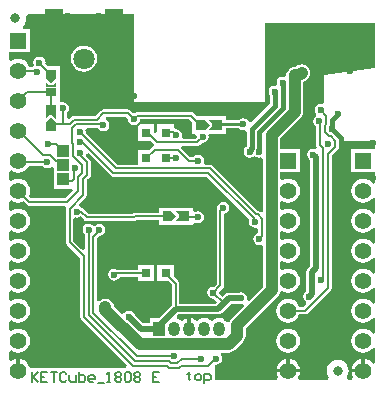
<source format=gtl>
G04*
G04 #@! TF.GenerationSoftware,Altium Limited,Altium Designer,18.1.9 (240)*
G04*
G04 Layer_Physical_Order=1*
G04 Layer_Color=255*
%FSLAX25Y25*%
%MOIN*%
G70*
G01*
G75*
%ADD10C,0.00787*%
%ADD11C,0.00800*%
%ADD13R,0.03150X0.03150*%
%ADD14R,0.06000X0.16000*%
%ADD31R,0.03937X0.03937*%
%ADD32R,0.03000X0.03400*%
%ADD33C,0.03150*%
%ADD34R,0.03400X0.03000*%
%ADD35C,0.01575*%
%ADD36C,0.01000*%
%ADD37C,0.04000*%
%ADD38C,0.01500*%
%ADD39C,0.02000*%
%ADD40R,0.05500X0.05500*%
%ADD41C,0.05500*%
%ADD42O,0.04000X0.04724*%
%ADD43R,0.04000X0.04724*%
%ADD44C,0.07100*%
%ADD45O,0.03937X0.05906*%
%ADD46C,0.02362*%
G36*
X17601Y102501D02*
X16000Y100900D01*
X15800D01*
X14200Y102500D01*
X14200Y102800D01*
X17601D01*
Y102501D01*
D02*
G37*
G36*
X17600Y99425D02*
X14200D01*
X14200Y101300D01*
X15400Y100100D01*
X16500Y100100D01*
X17600Y101300D01*
Y99425D01*
D02*
G37*
G36*
X43701Y94600D02*
X87300Y94600D01*
X87300Y120993D01*
X123977D01*
Y105830D01*
X107000Y103550D01*
Y94355D01*
X106200Y93827D01*
X105800Y93907D01*
X105032Y93754D01*
X104381Y93319D01*
X103946Y92668D01*
X103793Y91900D01*
X103946Y91132D01*
X104291Y90615D01*
X104374Y90454D01*
X104180Y89653D01*
X103981Y89519D01*
X103546Y88868D01*
X103393Y88100D01*
X103546Y87332D01*
X103981Y86681D01*
X104346Y86437D01*
Y80109D01*
X104346Y80109D01*
X104438Y79648D01*
X104533Y79506D01*
X104189Y79024D01*
X103997Y78869D01*
X103300Y79007D01*
X102532Y78854D01*
X101881Y78419D01*
X101446Y77768D01*
X101293Y77000D01*
X101446Y76232D01*
X101881Y75581D01*
X102378Y75249D01*
Y40055D01*
X101511Y39189D01*
X101116Y38597D01*
X100978Y37900D01*
X100978Y37900D01*
Y31384D01*
X100581Y31119D01*
X100146Y30468D01*
X99993Y29700D01*
X100146Y28932D01*
X100581Y28281D01*
X100884Y28078D01*
X101063Y27126D01*
X100148Y26211D01*
X98753D01*
X98434Y26983D01*
X97804Y27804D01*
X96983Y28434D01*
X96026Y28830D01*
X95000Y28965D01*
X93974Y28830D01*
X93018Y28434D01*
X92196Y27804D01*
X91566Y26983D01*
X91170Y26026D01*
X91035Y25000D01*
X91170Y23974D01*
X91566Y23018D01*
X92196Y22196D01*
X93018Y21566D01*
X93974Y21170D01*
X95000Y21035D01*
X96026Y21170D01*
X96983Y21566D01*
X97804Y22196D01*
X98434Y23018D01*
X98753Y23789D01*
X100649D01*
X100650Y23789D01*
X101113Y23881D01*
X101506Y24144D01*
X109125Y31763D01*
X109125Y31763D01*
X109387Y32156D01*
X109479Y32619D01*
X109479Y32619D01*
Y76818D01*
X111524Y78863D01*
X111525Y78863D01*
X111787Y79256D01*
X111879Y79719D01*
Y81681D01*
X111895Y81700D01*
X123977D01*
Y79712D01*
X123931Y78931D01*
X123177Y78931D01*
X116069D01*
Y71069D01*
X123177D01*
X123931Y71069D01*
X123977Y70288D01*
Y67589D01*
X123177Y67317D01*
X122804Y67804D01*
X121983Y68434D01*
X121026Y68830D01*
X120000Y68965D01*
X118974Y68830D01*
X118017Y68434D01*
X117196Y67804D01*
X116566Y66983D01*
X116170Y66026D01*
X116035Y65000D01*
X116170Y63974D01*
X116566Y63017D01*
X117196Y62196D01*
X118017Y61566D01*
X118974Y61170D01*
X120000Y61035D01*
X121026Y61170D01*
X121983Y61566D01*
X122804Y62196D01*
X123177Y62683D01*
X123977Y62411D01*
Y57588D01*
X123177Y57317D01*
X122804Y57804D01*
X121983Y58434D01*
X121026Y58830D01*
X120000Y58965D01*
X118974Y58830D01*
X118017Y58434D01*
X117196Y57804D01*
X116566Y56982D01*
X116170Y56026D01*
X116035Y55000D01*
X116170Y53974D01*
X116566Y53017D01*
X117196Y52196D01*
X118017Y51566D01*
X118974Y51170D01*
X120000Y51035D01*
X121026Y51170D01*
X121983Y51566D01*
X122804Y52196D01*
X123177Y52683D01*
X123977Y52412D01*
Y47589D01*
X123177Y47317D01*
X122804Y47804D01*
X121983Y48434D01*
X121026Y48830D01*
X120000Y48965D01*
X118974Y48830D01*
X118017Y48434D01*
X117196Y47804D01*
X116566Y46982D01*
X116170Y46026D01*
X116035Y45000D01*
X116170Y43974D01*
X116566Y43018D01*
X117196Y42196D01*
X118017Y41566D01*
X118974Y41170D01*
X120000Y41035D01*
X121026Y41170D01*
X121983Y41566D01*
X122804Y42196D01*
X123177Y42683D01*
X123977Y42412D01*
Y37589D01*
X123177Y37317D01*
X122804Y37804D01*
X121983Y38434D01*
X121026Y38830D01*
X120000Y38965D01*
X118974Y38830D01*
X118017Y38434D01*
X117196Y37804D01*
X116566Y36983D01*
X116170Y36026D01*
X116035Y35000D01*
X116170Y33974D01*
X116566Y33018D01*
X117196Y32196D01*
X118017Y31566D01*
X118974Y31170D01*
X120000Y31035D01*
X121026Y31170D01*
X121983Y31566D01*
X122804Y32196D01*
X123177Y32683D01*
X123977Y32412D01*
Y27588D01*
X123177Y27317D01*
X122804Y27804D01*
X121983Y28434D01*
X121026Y28830D01*
X120000Y28965D01*
X118974Y28830D01*
X118017Y28434D01*
X117196Y27804D01*
X116566Y26983D01*
X116170Y26026D01*
X116035Y25000D01*
X116170Y23974D01*
X116566Y23018D01*
X117196Y22196D01*
X118017Y21566D01*
X118974Y21170D01*
X120000Y21035D01*
X121026Y21170D01*
X121983Y21566D01*
X122804Y22196D01*
X123177Y22683D01*
X123977Y22411D01*
Y17589D01*
X123177Y17317D01*
X122804Y17804D01*
X121983Y18434D01*
X121026Y18830D01*
X120000Y18965D01*
X118974Y18830D01*
X118017Y18434D01*
X117196Y17804D01*
X116566Y16983D01*
X116170Y16026D01*
X116035Y15000D01*
X116170Y13974D01*
X116566Y13017D01*
X117196Y12196D01*
X118017Y11566D01*
X118974Y11170D01*
X120000Y11035D01*
X121026Y11170D01*
X121983Y11566D01*
X122804Y12196D01*
X123177Y12683D01*
X123977Y12411D01*
Y7588D01*
X123177Y7317D01*
X122804Y7804D01*
X121983Y8434D01*
X121026Y8830D01*
X120591Y8887D01*
Y5000D01*
X120000D01*
Y4409D01*
X116113D01*
X116170Y3974D01*
X116566Y3018D01*
X116728Y2807D01*
X116333Y2007D01*
X114858D01*
X114463Y2807D01*
X114720Y3141D01*
X115091Y4038D01*
X115218Y5000D01*
X115091Y5962D01*
X114720Y6859D01*
X114129Y7629D01*
X113359Y8219D01*
X112462Y8591D01*
X111500Y8718D01*
X110538Y8591D01*
X109641Y8219D01*
X108871Y7629D01*
X108280Y6859D01*
X107909Y5962D01*
X107782Y5000D01*
X107909Y4038D01*
X108280Y3141D01*
X108537Y2807D01*
X108142Y2007D01*
X98667D01*
X98272Y2807D01*
X98434Y3018D01*
X98830Y3974D01*
X98887Y4409D01*
X95000D01*
X91113D01*
X91170Y3974D01*
X91566Y3018D01*
X91728Y2807D01*
X91333Y2007D01*
X70746D01*
Y5999D01*
X70746D01*
X70654Y6799D01*
X70848Y7023D01*
X71000Y6993D01*
X71768Y7146D01*
X72419Y7581D01*
X72854Y8232D01*
X73007Y9000D01*
X72854Y9768D01*
X72540Y10239D01*
X72761Y10865D01*
X72894Y11039D01*
X75350D01*
X75350Y11039D01*
X76078Y11135D01*
X76756Y11416D01*
X77338Y11862D01*
X79988Y14512D01*
X79988Y14512D01*
X80435Y15094D01*
X80716Y15772D01*
X80812Y16500D01*
Y19136D01*
X91457Y29781D01*
X91457Y29781D01*
X91903Y30363D01*
X92184Y31041D01*
X92203Y31183D01*
X93009Y31562D01*
X93058Y31549D01*
X93974Y31170D01*
X95000Y31035D01*
X96026Y31170D01*
X96983Y31566D01*
X97804Y32196D01*
X98434Y33018D01*
X98830Y33974D01*
X98965Y35000D01*
X98830Y36026D01*
X98434Y36983D01*
X97804Y37804D01*
X96983Y38434D01*
X96026Y38830D01*
X95000Y38965D01*
X93974Y38830D01*
X93018Y38434D01*
X92992Y38414D01*
X92274Y38768D01*
Y41232D01*
X92992Y41586D01*
X93018Y41566D01*
X93974Y41170D01*
X95000Y41035D01*
X96026Y41170D01*
X96983Y41566D01*
X97804Y42196D01*
X98434Y43018D01*
X98830Y43974D01*
X98965Y45000D01*
X98830Y46026D01*
X98434Y46982D01*
X97804Y47804D01*
X96983Y48434D01*
X96026Y48830D01*
X95000Y48965D01*
X93974Y48830D01*
X93018Y48434D01*
X92992Y48414D01*
X92274Y48768D01*
Y51232D01*
X92992Y51586D01*
X93018Y51566D01*
X93974Y51170D01*
X95000Y51035D01*
X96026Y51170D01*
X96983Y51566D01*
X97804Y52196D01*
X98434Y53017D01*
X98830Y53974D01*
X98965Y55000D01*
X98830Y56026D01*
X98434Y56982D01*
X97804Y57804D01*
X96983Y58434D01*
X96026Y58830D01*
X95000Y58965D01*
X93974Y58830D01*
X93018Y58434D01*
X92992Y58414D01*
X92274Y58768D01*
Y61232D01*
X92992Y61586D01*
X93018Y61566D01*
X93974Y61170D01*
X95000Y61035D01*
X96026Y61170D01*
X96983Y61566D01*
X97804Y62196D01*
X98434Y63017D01*
X98830Y63974D01*
X98965Y65000D01*
X98830Y66026D01*
X98434Y66983D01*
X97804Y67804D01*
X96983Y68434D01*
X96026Y68830D01*
X95000Y68965D01*
X93974Y68830D01*
X93018Y68434D01*
X92992Y68414D01*
X92274Y68768D01*
Y71069D01*
X98931D01*
Y78931D01*
X92274D01*
Y82414D01*
X99106Y89246D01*
X99106Y89246D01*
X99553Y89828D01*
X99834Y90506D01*
X99929Y91234D01*
X99929Y91234D01*
Y100992D01*
X100106Y101065D01*
X100688Y101512D01*
X101488Y102312D01*
X101935Y102894D01*
X102216Y103572D01*
X102312Y104300D01*
X102216Y105028D01*
X101935Y105706D01*
X101488Y106288D01*
X100906Y106735D01*
X100228Y107016D01*
X99500Y107112D01*
X98772Y107016D01*
X98094Y106735D01*
X97543Y106311D01*
X97300D01*
X97300Y106312D01*
X96572Y106216D01*
X95894Y105935D01*
X95312Y105488D01*
X95130Y105306D01*
X94683Y104724D01*
X94402Y104046D01*
X94340Y103574D01*
X94274Y103470D01*
X93845Y103127D01*
X93507Y102987D01*
X93150Y103058D01*
X92382Y102905D01*
X91730Y102470D01*
X91295Y101819D01*
X91142Y101050D01*
X91216Y100680D01*
X90607Y99990D01*
X90600Y99987D01*
X90500Y100007D01*
X89732Y99854D01*
X89081Y99419D01*
X88646Y98768D01*
X88493Y98000D01*
X88646Y97232D01*
X88933Y96803D01*
Y94005D01*
X82723Y87795D01*
X81838Y88042D01*
X81519Y88519D01*
X80868Y88954D01*
X80100Y89107D01*
X79332Y88954D01*
X78681Y88519D01*
X78610Y88413D01*
X74381D01*
Y89781D01*
X69019D01*
X69019Y89781D01*
X68381D01*
X68381Y89781D01*
X64522D01*
X63451Y90851D01*
X63061Y91113D01*
X62600Y91204D01*
X62600Y91204D01*
X44700D01*
X44239Y91113D01*
X43856Y90856D01*
X43600Y90907D01*
X43346Y90857D01*
X42489Y91714D01*
X42099Y91975D01*
X41638Y92066D01*
X41638Y92066D01*
X33362D01*
X33362Y92066D01*
X32901Y91975D01*
X32511Y91714D01*
X30668Y89871D01*
X23567D01*
X23106Y89780D01*
X22715Y89519D01*
X22715Y89519D01*
X22004Y88807D01*
X21204Y89139D01*
Y90937D01*
X21419Y91081D01*
X21854Y91732D01*
X22007Y92500D01*
X21854Y93268D01*
X21419Y93919D01*
X20768Y94354D01*
X20000Y94507D01*
X19581Y94424D01*
X19399Y94542D01*
X18781Y94981D01*
Y95319D01*
X18781D01*
Y100681D01*
X18781Y100681D01*
Y101319D01*
X18781Y101319D01*
Y106681D01*
X14782D01*
X14058Y107404D01*
X14107Y107650D01*
X13954Y108419D01*
X13519Y109070D01*
X12868Y109505D01*
X12100Y109658D01*
X11332Y109505D01*
X10681Y109070D01*
X10246Y108419D01*
X10093Y107650D01*
X10220Y107011D01*
X10006Y106569D01*
X9732Y106211D01*
X8753D01*
X8433Y106983D01*
X7803Y107804D01*
X6982Y108434D01*
X6026Y108830D01*
X5000Y108965D01*
X3974Y108830D01*
X3017Y108434D01*
X2807Y108273D01*
X2007Y108667D01*
Y111069D01*
X8931D01*
Y118931D01*
X6718D01*
X6447Y119731D01*
X6629Y119871D01*
X7220Y120641D01*
X7591Y121538D01*
X7718Y122500D01*
X7631Y123158D01*
X8158Y123958D01*
X43701D01*
X43701Y94600D01*
D02*
G37*
G36*
X17600Y89000D02*
X16400Y90200D01*
X15300Y90200D01*
X14200Y89000D01*
Y90875D01*
X17600D01*
X17600Y89000D01*
D02*
G37*
G36*
X17600Y87800D02*
X17600Y87500D01*
X14199D01*
Y87799D01*
X15800Y89400D01*
X16000D01*
X17600Y87800D01*
D02*
G37*
G36*
X70275Y85200D02*
X68400Y85200D01*
X69600Y86400D01*
X69600Y87500D01*
X68400Y88600D01*
X70275D01*
Y85200D01*
D02*
G37*
G36*
X68800Y87000D02*
Y86800D01*
X67200Y85200D01*
X66900Y85200D01*
Y88600D01*
X67199D01*
X68800Y87000D01*
D02*
G37*
G36*
X41625Y89059D02*
X41593Y88900D01*
X41746Y88132D01*
X42181Y87481D01*
X42832Y87046D01*
X43600Y86893D01*
X44071Y86987D01*
X44754Y86564D01*
X44871Y86419D01*
Y81612D01*
X49185D01*
X50189Y80608D01*
X50151Y80249D01*
X49991Y79701D01*
X49711Y79514D01*
X49711Y79514D01*
X48720Y78523D01*
X44871D01*
Y73704D01*
X38120D01*
X27477Y84347D01*
X27507Y84500D01*
X27390Y85088D01*
X27829Y85888D01*
X31638D01*
X31960Y85406D01*
X32611Y84971D01*
X33379Y84818D01*
X34147Y84971D01*
X34799Y85406D01*
X35234Y86057D01*
X35386Y86825D01*
X35234Y87593D01*
X34799Y88244D01*
X34611Y88370D01*
X34384Y89374D01*
X34394Y89404D01*
X34582Y89658D01*
X41091D01*
X41625Y89059D01*
D02*
G37*
G36*
X63019Y87878D02*
Y84019D01*
X63924D01*
X64536Y83219D01*
X64493Y83000D01*
X64494Y82995D01*
X63925Y82342D01*
X60083D01*
X59536Y83142D01*
X59607Y83500D01*
X59454Y84268D01*
X59019Y84919D01*
X58368Y85354D01*
X57600Y85507D01*
X56879Y86052D01*
Y87123D01*
X51367D01*
Y84639D01*
X50567Y84215D01*
X50383Y84340D01*
Y87123D01*
X45742D01*
X45315Y87923D01*
X45454Y88132D01*
X45586Y88796D01*
X62101D01*
X63019Y87878D01*
D02*
G37*
G36*
X78681Y85681D02*
X79332Y85246D01*
X80100Y85093D01*
X80457Y85164D01*
X81257Y84617D01*
Y79874D01*
X81158Y79726D01*
X81149Y79682D01*
X80756Y79419D01*
X80321Y78768D01*
X80168Y78000D01*
X80321Y77232D01*
X80756Y76581D01*
X81407Y76146D01*
X82175Y75993D01*
X82943Y76146D01*
X83144Y76280D01*
X83750Y76519D01*
X84356Y76280D01*
X84557Y76146D01*
X85325Y75993D01*
X85851Y76098D01*
X86651Y75630D01*
Y58038D01*
X85912Y57732D01*
X85654Y57989D01*
X85264Y58250D01*
X84926Y58318D01*
X69892Y73352D01*
X69502Y73613D01*
X69041Y73704D01*
X69041Y73704D01*
X67391D01*
X66909Y74504D01*
X67007Y75000D01*
X66854Y75768D01*
X66419Y76419D01*
X65768Y76854D01*
X65000Y77007D01*
X64232Y76854D01*
X63581Y76419D01*
X63437Y76204D01*
X62340D01*
X59410Y79134D01*
X59741Y79934D01*
X64638D01*
X64638Y79934D01*
X65099Y80025D01*
X65489Y80286D01*
X66246Y81043D01*
X66500Y80993D01*
X67268Y81146D01*
X67919Y81581D01*
X68354Y82232D01*
X68507Y83000D01*
X68457Y83250D01*
X68419Y83642D01*
X69076Y84019D01*
X74381D01*
Y85787D01*
X78610D01*
X78681Y85681D01*
D02*
G37*
G36*
X13330Y73081D02*
X13982Y72646D01*
X14750Y72493D01*
X15518Y72646D01*
X16050Y73002D01*
X16515Y72867D01*
X16850Y72661D01*
Y70350D01*
Y65626D01*
X22792D01*
X23123Y64826D01*
X20757Y62460D01*
X9243D01*
X8507Y63196D01*
X8830Y63974D01*
X8965Y65000D01*
X8830Y66027D01*
X8433Y66983D01*
X7803Y67804D01*
X6982Y68434D01*
X6026Y68830D01*
X5000Y68965D01*
X3974Y68830D01*
X3017Y68434D01*
X2807Y68273D01*
X2007Y68667D01*
Y71333D01*
X2807Y71728D01*
X3017Y71566D01*
X3974Y71170D01*
X5000Y71035D01*
X6026Y71170D01*
X6982Y71566D01*
X7803Y72197D01*
X8433Y73018D01*
X8546Y73289D01*
X13191D01*
X13330Y73081D01*
D02*
G37*
G36*
X59175Y54800D02*
X57300Y54800D01*
X58500Y56000D01*
X58500Y57100D01*
X57300Y58200D01*
X59175D01*
Y54800D01*
D02*
G37*
G36*
X57700Y56600D02*
Y56400D01*
X56100Y54800D01*
X55800Y54800D01*
Y58201D01*
X56099D01*
X57700Y56600D01*
D02*
G37*
G36*
X3017Y61567D02*
X3974Y61170D01*
X5000Y61035D01*
X6026Y61170D01*
X6804Y61493D01*
X7893Y60404D01*
X7893Y60404D01*
X8283Y60143D01*
X8744Y60052D01*
X8744Y60052D01*
X20457D01*
X20643Y59848D01*
X20975Y59252D01*
X20921Y58981D01*
X20921Y58981D01*
Y47868D01*
X20921Y47868D01*
X21013Y47405D01*
X21275Y47012D01*
X24394Y43894D01*
X24421Y43876D01*
X25721Y42576D01*
Y22848D01*
X25721Y22848D01*
X25813Y22387D01*
X26074Y21996D01*
X41307Y6763D01*
X41001Y6023D01*
X8830D01*
X8830Y6026D01*
X8434Y6983D01*
X7804Y7804D01*
X6983Y8434D01*
X6026Y8830D01*
X5591Y8887D01*
Y5000D01*
X4409D01*
Y8887D01*
X3974Y8830D01*
X3018Y8434D01*
X2807Y8272D01*
X2007Y8667D01*
Y11333D01*
X2807Y11728D01*
X3018Y11566D01*
X3974Y11170D01*
X5000Y11035D01*
X6026Y11170D01*
X6983Y11566D01*
X7804Y12196D01*
X8434Y13017D01*
X8830Y13974D01*
X8965Y15000D01*
X8830Y16026D01*
X8434Y16983D01*
X7804Y17804D01*
X6983Y18434D01*
X6026Y18830D01*
X5000Y18965D01*
X3974Y18830D01*
X3018Y18434D01*
X2807Y18272D01*
X2007Y18667D01*
Y21333D01*
X2807Y21728D01*
X3017Y21566D01*
X3974Y21170D01*
X5000Y21035D01*
X6026Y21170D01*
X6982Y21566D01*
X7803Y22197D01*
X8433Y23018D01*
X8830Y23974D01*
X8965Y25000D01*
X8830Y26026D01*
X8433Y26983D01*
X7803Y27804D01*
X6982Y28434D01*
X6026Y28830D01*
X5000Y28965D01*
X3974Y28830D01*
X3017Y28434D01*
X2807Y28273D01*
X2007Y28667D01*
Y31333D01*
X2807Y31728D01*
X3017Y31567D01*
X3974Y31170D01*
X5000Y31035D01*
X6026Y31170D01*
X6982Y31567D01*
X7803Y32197D01*
X8433Y33018D01*
X8830Y33974D01*
X8965Y35000D01*
X8830Y36026D01*
X8433Y36983D01*
X7803Y37804D01*
X6982Y38434D01*
X6026Y38830D01*
X5000Y38965D01*
X3974Y38830D01*
X3017Y38434D01*
X2807Y38273D01*
X2007Y38667D01*
Y41333D01*
X2807Y41728D01*
X3017Y41567D01*
X3974Y41170D01*
X5000Y41035D01*
X6026Y41170D01*
X6982Y41567D01*
X7803Y42197D01*
X8433Y43018D01*
X8830Y43974D01*
X8965Y45000D01*
X8830Y46027D01*
X8433Y46983D01*
X7803Y47804D01*
X6982Y48434D01*
X6026Y48830D01*
X5000Y48965D01*
X3974Y48830D01*
X3017Y48434D01*
X2807Y48273D01*
X2007Y48667D01*
Y51333D01*
X2807Y51728D01*
X3017Y51566D01*
X3974Y51170D01*
X5000Y51035D01*
X6026Y51170D01*
X6982Y51566D01*
X7803Y52197D01*
X8433Y53018D01*
X8830Y53974D01*
X8965Y55000D01*
X8830Y56027D01*
X8433Y56983D01*
X7803Y57804D01*
X6982Y58434D01*
X6026Y58830D01*
X5000Y58965D01*
X3974Y58830D01*
X3017Y58434D01*
X2807Y58273D01*
X2007Y58667D01*
Y61333D01*
X2807Y61728D01*
X3017Y61567D01*
D02*
G37*
G36*
X35874Y70074D02*
X35874Y70074D01*
X36264Y69813D01*
X36725Y69721D01*
X36725Y69721D01*
X67876D01*
X82079Y55518D01*
X82046Y55468D01*
X81893Y54700D01*
X82046Y53932D01*
X82481Y53281D01*
X83132Y52846D01*
X83900Y52693D01*
X84258Y52764D01*
X85058Y52217D01*
Y50830D01*
X84632Y50745D01*
X83981Y50310D01*
X83546Y49659D01*
X83393Y48891D01*
X83546Y48123D01*
X83981Y47472D01*
X84632Y47037D01*
X85400Y46884D01*
X85851Y46974D01*
X86651Y46471D01*
Y32927D01*
X81980Y28256D01*
X81243Y28650D01*
X81339Y29131D01*
X81186Y29900D01*
X80751Y30551D01*
X80100Y30986D01*
X79331Y31139D01*
X78563Y30986D01*
X78516Y30954D01*
X75132D01*
X75131Y30954D01*
X74434Y30815D01*
X73843Y30420D01*
X73063Y29640D01*
X71957Y30746D01*
X72007Y31000D01*
X71957Y31254D01*
X73289Y32586D01*
X73550Y32977D01*
X73642Y33438D01*
X73642Y33438D01*
Y57349D01*
X74129Y57446D01*
X74780Y57881D01*
X75215Y58532D01*
X75368Y59300D01*
X75215Y60068D01*
X74780Y60719D01*
X74129Y61154D01*
X73361Y61307D01*
X72593Y61154D01*
X71942Y60719D01*
X71507Y60068D01*
X71354Y59300D01*
X71418Y58977D01*
X71325Y58838D01*
X71234Y58377D01*
X71234Y58377D01*
Y33937D01*
X70254Y32957D01*
X70000Y33007D01*
X69232Y32854D01*
X68581Y32419D01*
X68146Y31768D01*
X67993Y31000D01*
X68146Y30232D01*
X68581Y29581D01*
X69232Y29146D01*
X70000Y28993D01*
X70254Y29043D01*
X71353Y27944D01*
X70791Y27374D01*
X58756D01*
Y34048D01*
X58665Y34509D01*
X58403Y34900D01*
X58403Y34900D01*
X56879Y36424D01*
Y40256D01*
X51367D01*
Y34744D01*
X55153D01*
X56348Y33549D01*
Y26897D01*
X56263Y26841D01*
X56263Y26841D01*
X51966Y22543D01*
X48819D01*
Y20822D01*
X46755D01*
X43865Y23712D01*
X43854Y23768D01*
X43419Y24419D01*
X42768Y24854D01*
X42000Y25007D01*
X41232Y24854D01*
X40581Y24419D01*
X40378Y24116D01*
X39426Y23938D01*
X36858Y26506D01*
X36816Y26828D01*
X36535Y27506D01*
X36088Y28088D01*
X35506Y28535D01*
X34828Y28816D01*
X34100Y28912D01*
X33372Y28816D01*
X32694Y28535D01*
X32112Y28088D01*
X32104Y28078D01*
X31304Y28350D01*
Y49101D01*
X32192Y49988D01*
X32784Y50106D01*
X33435Y50541D01*
X33871Y51193D01*
X34023Y51961D01*
X33871Y52729D01*
X33435Y53380D01*
X32784Y53815D01*
X32016Y53968D01*
X31248Y53815D01*
X30597Y53380D01*
X29741Y53538D01*
X29268Y53854D01*
X28500Y54007D01*
X27732Y53854D01*
X27081Y53419D01*
X26646Y52768D01*
X26493Y52000D01*
X26646Y51232D01*
X27081Y50581D01*
X27296Y50437D01*
Y45453D01*
X26557Y45146D01*
X26124Y45579D01*
X26106Y45606D01*
X23342Y48370D01*
Y55517D01*
X24142Y56064D01*
X24500Y55993D01*
X25268Y56146D01*
X25792Y56496D01*
X27012Y55275D01*
X27012Y55275D01*
X27405Y55013D01*
X27869Y54921D01*
X27869Y54921D01*
X43481D01*
X43481Y54921D01*
X43944Y55013D01*
X44337Y55275D01*
X44351Y55289D01*
X48500D01*
X48532Y55296D01*
X51919D01*
Y53619D01*
X57281D01*
X57281Y53619D01*
X57919Y53619D01*
Y53619D01*
X63281D01*
Y54019D01*
X64081Y54447D01*
X64232Y54346D01*
X65000Y54193D01*
X65768Y54346D01*
X66419Y54781D01*
X66854Y55432D01*
X67007Y56200D01*
X66854Y56968D01*
X66419Y57619D01*
X65768Y58054D01*
X65000Y58207D01*
X64232Y58054D01*
X64081Y57954D01*
X63281Y58381D01*
Y59381D01*
X57919D01*
X57919Y59381D01*
X57281D01*
X57281Y59381D01*
X51919D01*
Y57704D01*
X48532D01*
X48500Y57711D01*
X43850D01*
X43850Y57711D01*
X43386Y57618D01*
X42994Y57356D01*
X42994Y57356D01*
X42980Y57342D01*
X28370D01*
X26856Y58856D01*
X26463Y59118D01*
X26068Y59197D01*
X25919Y59419D01*
X25616Y59622D01*
X25437Y60574D01*
X27488Y62625D01*
X27750Y63018D01*
X27842Y63481D01*
X27842Y63481D01*
Y68480D01*
X28856Y69494D01*
X29118Y69886D01*
X29211Y70350D01*
Y74500D01*
X29211Y74500D01*
X29118Y74963D01*
X28856Y75356D01*
X28856Y75356D01*
X27612Y76600D01*
X27705Y77155D01*
X28529Y77418D01*
X35874Y70074D01*
D02*
G37*
G36*
X78563Y27277D02*
X79331Y27124D01*
X79813Y27220D01*
X80207Y26483D01*
X76012Y22288D01*
X75565Y21706D01*
X75432Y21384D01*
X74545Y21271D01*
X74269Y21631D01*
X73604Y22141D01*
X72830Y22461D01*
X72000Y22571D01*
X71170Y22461D01*
X70396Y22141D01*
X70075Y21895D01*
X69500Y21707D01*
X68925Y21895D01*
X68604Y22141D01*
X67830Y22461D01*
X67000Y22571D01*
X66170Y22461D01*
X65396Y22141D01*
X65075Y21895D01*
X64500Y21707D01*
X63925Y21895D01*
X63604Y22141D01*
X62830Y22461D01*
X62590Y22493D01*
Y19000D01*
X61409D01*
Y22493D01*
X61170Y22461D01*
X60396Y22141D01*
X60075Y21895D01*
X59500Y21707D01*
X58925Y21895D01*
X58604Y22141D01*
X58071Y22362D01*
X57778Y23201D01*
X58307Y23730D01*
X71552D01*
X71552Y23730D01*
X72249Y23868D01*
X72841Y24263D01*
X75886Y27309D01*
X78516D01*
X78563Y27277D01*
D02*
G37*
%LPC*%
G36*
X26900Y113375D02*
X25768Y113226D01*
X24713Y112789D01*
X23807Y112093D01*
X23111Y111187D01*
X22674Y110132D01*
X22525Y109000D01*
X22674Y107868D01*
X23111Y106813D01*
X23807Y105906D01*
X24713Y105211D01*
X25768Y104774D01*
X26900Y104625D01*
X28032Y104774D01*
X29087Y105211D01*
X29994Y105906D01*
X30689Y106813D01*
X31126Y107868D01*
X31275Y109000D01*
X31126Y110132D01*
X30689Y111187D01*
X29994Y112093D01*
X29087Y112789D01*
X28032Y113226D01*
X26900Y113375D01*
D02*
G37*
G36*
X95000Y18965D02*
X93974Y18830D01*
X93018Y18434D01*
X92196Y17804D01*
X91566Y16983D01*
X91170Y16026D01*
X91035Y15000D01*
X91170Y13974D01*
X91566Y13017D01*
X92196Y12196D01*
X93018Y11566D01*
X93974Y11170D01*
X95000Y11035D01*
X96026Y11170D01*
X96983Y11566D01*
X97804Y12196D01*
X98434Y13017D01*
X98830Y13974D01*
X98965Y15000D01*
X98830Y16026D01*
X98434Y16983D01*
X97804Y17804D01*
X96983Y18434D01*
X96026Y18830D01*
X95000Y18965D01*
D02*
G37*
G36*
X95591Y8887D02*
Y5591D01*
X98887D01*
X98830Y6026D01*
X98434Y6983D01*
X97804Y7804D01*
X96983Y8434D01*
X96026Y8830D01*
X95591Y8887D01*
D02*
G37*
G36*
X119409D02*
X118974Y8830D01*
X118017Y8434D01*
X117196Y7804D01*
X116566Y6983D01*
X116170Y6026D01*
X116113Y5591D01*
X119409D01*
Y8887D01*
D02*
G37*
G36*
X94410D02*
X93974Y8830D01*
X93018Y8434D01*
X92196Y7804D01*
X91566Y6983D01*
X91170Y6026D01*
X91113Y5591D01*
X94410D01*
Y8887D01*
D02*
G37*
G36*
X50383Y40256D02*
X44871D01*
Y38704D01*
X37993D01*
X37768Y38854D01*
X37000Y39007D01*
X36232Y38854D01*
X35581Y38419D01*
X35146Y37768D01*
X34993Y37000D01*
X35146Y36232D01*
X35581Y35581D01*
X36232Y35146D01*
X37000Y34993D01*
X37768Y35146D01*
X38419Y35581D01*
X38854Y36232D01*
X38867Y36296D01*
X44871D01*
Y34744D01*
X50383D01*
Y40256D01*
D02*
G37*
%LPD*%
D10*
X54299Y76500D02*
X54799Y76000D01*
X57500D01*
X58178Y78662D02*
X61841Y75000D01*
X50562Y78662D02*
X58178D01*
X64638Y81138D02*
X66500Y83000D01*
X51362Y81138D02*
X64638D01*
X48000Y84500D02*
X51362Y81138D01*
X61841Y75000D02*
X65000D01*
X47725Y75825D02*
X50562Y78662D01*
X44050Y86000D02*
X46049Y88000D01*
X43500Y86000D02*
X44050D01*
X15900Y87300D02*
X20000D01*
X15850Y86350D02*
X16100Y86600D01*
X62600Y90000D02*
X65700Y86900D01*
X44700Y90000D02*
X62600D01*
X43600Y88900D02*
X44700Y90000D01*
X41638Y90862D02*
X43600Y88900D01*
X33362Y90862D02*
X41638D01*
X31167Y88667D02*
X33362Y90862D01*
X68159Y6500D02*
X71000Y9341D01*
X24809Y74862D02*
X24979D01*
X23150Y76521D02*
X24809Y74862D01*
X23150Y76521D02*
Y80682D01*
X24979Y74862D02*
X26362Y73478D01*
Y70948D02*
Y73478D01*
X23476Y71976D02*
X24000Y72500D01*
X23000Y80832D02*
X23150Y80682D01*
X24321Y87092D02*
X32758D01*
X23567Y88667D02*
X31167D01*
X22200Y87300D02*
X23567Y88667D01*
X23000Y85771D02*
X24321Y87092D01*
X32758D02*
X33025Y86825D01*
X23000Y80832D02*
Y85771D01*
X25250Y44750D02*
X26925Y43075D01*
X25621Y84500D02*
X37621Y72500D01*
X25500Y84500D02*
X25621D01*
X37621Y72500D02*
X69041D01*
X25512Y81268D02*
X25758D01*
X23476Y68976D02*
Y71976D01*
X25050Y69636D02*
X26362Y70948D01*
X25050Y65050D02*
Y69636D01*
X22776Y68276D02*
X23476Y68976D01*
X20000Y68276D02*
X22776D01*
X21256Y61256D02*
X25050Y65050D01*
X8744Y61256D02*
X21256D01*
X20000Y87300D02*
X22200D01*
X20000D02*
Y92500D01*
X26070Y81581D02*
X36725Y70925D01*
X33025Y86825D02*
X33379D01*
X5000Y65000D02*
X8744Y61256D01*
X48500Y56500D02*
X54600D01*
X46843Y84500D02*
X48000D01*
X68375Y70925D02*
X83900Y55400D01*
X36725Y70925D02*
X68375D01*
X69041Y72500D02*
X84403Y57138D01*
X53142Y84500D02*
X56600D01*
X25758Y81268D02*
X26070Y81581D01*
X72438Y58377D02*
X73361Y59300D01*
X70000Y31000D02*
X72438Y33438D01*
Y58377D01*
X84403Y57138D02*
X84803D01*
X86262Y49753D02*
Y55678D01*
X85400Y48891D02*
X86262Y49753D01*
X84803Y57138D02*
X86262Y55678D01*
X83900Y54700D02*
Y55400D01*
X54024Y37500D02*
X54100D01*
X53142D02*
X54024D01*
X57552Y25552D02*
Y34048D01*
X54100Y37500D02*
X57552Y34048D01*
X30100Y49600D02*
X32016Y51516D01*
X30100Y24251D02*
Y49600D01*
Y24251D02*
X44551Y9800D01*
X47725Y75767D02*
Y75825D01*
X56600Y84500D02*
X57600Y83500D01*
X105550Y80109D02*
X106500Y79159D01*
Y35800D02*
Y79159D01*
X105900Y35200D02*
X106500Y35800D01*
X105550Y80109D02*
Y87137D01*
X105400Y88100D02*
X105769Y87731D01*
Y87355D02*
Y87731D01*
X105550Y87137D02*
X105769Y87355D01*
X64968Y56232D02*
X65000Y56200D01*
X61146Y56232D02*
X64968D01*
X59268Y6500D02*
X68159D01*
X58631Y5863D02*
X59268Y6500D01*
X55369Y5863D02*
X58631D01*
X54732Y6500D02*
X55369Y5863D01*
X56022Y7438D02*
X57978D01*
X55385Y8075D02*
X56022Y7438D01*
X57978D02*
X59541Y9000D01*
X66000D01*
X43273Y6500D02*
X54732D01*
X43925Y8075D02*
X55385D01*
X28500Y23500D02*
X43925Y8075D01*
X26925Y22848D02*
X43273Y6500D01*
X44551Y9800D02*
X57000D01*
X37000Y37000D02*
X37500Y37500D01*
X46843D01*
X32016Y51516D02*
Y51961D01*
X71000Y9000D02*
Y9341D01*
X28500Y23500D02*
Y52000D01*
X26925Y22848D02*
Y43075D01*
X70000Y31000D02*
X73500Y27500D01*
X9500Y4449D02*
Y1300D01*
Y2349D01*
X11599Y4449D01*
X10025Y2874D01*
X11599Y1300D01*
X14748Y4449D02*
X12649D01*
Y1300D01*
X14748D01*
X12649Y2874D02*
X13698D01*
X15797Y4449D02*
X17896D01*
X16847D01*
Y1300D01*
X21045Y3924D02*
X20520Y4449D01*
X19470D01*
X18946Y3924D01*
Y1825D01*
X19470Y1300D01*
X20520D01*
X21045Y1825D01*
X22094Y3399D02*
Y1825D01*
X22619Y1300D01*
X24193D01*
Y3399D01*
X25243Y4449D02*
Y1300D01*
X26817D01*
X27342Y1825D01*
Y2349D01*
Y2874D01*
X26817Y3399D01*
X25243D01*
X29966Y1300D02*
X28916D01*
X28392Y1825D01*
Y2874D01*
X28916Y3399D01*
X29966D01*
X30491Y2874D01*
Y2349D01*
X28392D01*
X31540Y775D02*
X33639D01*
X34689Y1300D02*
X35738D01*
X35214D01*
Y4449D01*
X34689Y3924D01*
X37312D02*
X37837Y4449D01*
X38887D01*
X39412Y3924D01*
Y3399D01*
X38887Y2874D01*
X39412Y2349D01*
Y1825D01*
X38887Y1300D01*
X37837D01*
X37312Y1825D01*
Y2349D01*
X37837Y2874D01*
X37312Y3399D01*
Y3924D01*
X37837Y2874D02*
X38887D01*
X40461Y3924D02*
X40986Y4449D01*
X42035D01*
X42560Y3924D01*
Y1825D01*
X42035Y1300D01*
X40986D01*
X40461Y1825D01*
Y3924D01*
X43610D02*
X44135Y4449D01*
X45184D01*
X45709Y3924D01*
Y3399D01*
X45184Y2874D01*
X45709Y2349D01*
Y1825D01*
X45184Y1300D01*
X44135D01*
X43610Y1825D01*
Y2349D01*
X44135Y2874D01*
X43610Y3399D01*
Y3924D01*
X44135Y2874D02*
X45184D01*
X52006Y4449D02*
X49907D01*
Y1300D01*
X52006D01*
X49907Y2874D02*
X50956D01*
X61825Y4424D02*
Y3899D01*
X61300D01*
X62349D01*
X61825D01*
Y2325D01*
X62349Y1800D01*
X64449D02*
X65498D01*
X66023Y2325D01*
Y3374D01*
X65498Y3899D01*
X64449D01*
X63924Y3374D01*
Y2325D01*
X64449Y1800D01*
X67072Y751D02*
Y3899D01*
X68647D01*
X69172Y3374D01*
Y2325D01*
X68647Y1800D01*
X67072D01*
D11*
X15000Y80500D02*
X17724D01*
X20000Y78224D01*
X25512Y76988D02*
Y77500D01*
Y76988D02*
X28000Y74500D01*
Y70350D02*
Y74500D01*
X22131Y58981D02*
X26632Y63481D01*
X22131Y47868D02*
X25250Y44750D01*
X22131Y47868D02*
Y58981D01*
X15731Y76868D02*
X17610Y74989D01*
X14019Y76868D02*
X15731D01*
X19350Y73500D02*
X20000D01*
X17860Y74989D02*
X19350Y73500D01*
X17610Y74989D02*
X17860D01*
X6500Y74500D02*
X14750D01*
X26632Y68981D02*
X28000Y70350D01*
X26632Y63481D02*
Y68981D01*
X27869Y56132D02*
X43481D01*
X26000Y58000D02*
X27869Y56132D01*
X24500Y58000D02*
X26000D01*
X43850Y56500D02*
X48500D01*
X43481Y56132D02*
X43850Y56500D01*
X14019Y76868D02*
X14019Y76868D01*
X5000Y85000D02*
X5150D01*
X13282Y76868D01*
X14019D01*
X5000Y75000D02*
X6000Y74000D01*
X6500Y74500D01*
X15900Y92300D02*
Y98000D01*
X108268Y77319D02*
X110669Y79719D01*
X108268Y32619D02*
Y77319D01*
X110669Y79719D02*
Y81681D01*
X100650Y25000D02*
X108268Y32619D01*
X107768Y87119D02*
Y89931D01*
X105800Y91900D02*
X107768Y89931D01*
X107132Y84519D02*
X108550Y83100D01*
X109250D01*
X110669Y81681D01*
X5000Y95000D02*
X7999Y98000D01*
X15900D01*
X15750Y104000D02*
X15900D01*
X12100Y107650D02*
X15750Y104000D01*
X10900Y105000D02*
X11400Y104500D01*
X5000Y105000D02*
X10900D01*
X107132Y86482D02*
X107768Y87119D01*
X107132Y84519D02*
Y86482D01*
X95000Y25000D02*
X100650D01*
D13*
X47627Y84368D02*
D03*
X54123D02*
D03*
X47627Y37500D02*
D03*
X54123D02*
D03*
X47627Y75767D02*
D03*
X54123D02*
D03*
D14*
X36900Y117500D02*
D03*
X16900D02*
D03*
D31*
X20000Y78224D02*
D03*
Y73500D02*
D03*
Y68776D02*
D03*
D32*
X71700Y86900D02*
D03*
X65700D02*
D03*
X60600Y56500D02*
D03*
X54600D02*
D03*
D33*
X111500Y5000D02*
D03*
X4000Y122500D02*
D03*
D34*
X15900Y98000D02*
D03*
Y104000D02*
D03*
Y86300D02*
D03*
Y92300D02*
D03*
D35*
X111400Y70600D02*
Y76558D01*
X113743Y78901D02*
Y79817D01*
X112643Y80917D02*
X113743Y79817D01*
X112643Y80917D02*
Y82499D01*
X110067Y85075D02*
X112643Y82499D01*
X109925Y85075D02*
X110067D01*
X109500Y85500D02*
X109925Y85075D01*
X111400Y76558D02*
X113743Y78901D01*
X109743Y85743D02*
Y88543D01*
X109500Y85500D02*
X109743Y85743D01*
Y88543D02*
X111600Y90400D01*
D36*
X71700Y86900D02*
X71900Y87100D01*
X80100D01*
D37*
X97118Y91234D02*
Y103318D01*
X89463Y83579D02*
X97118Y91234D01*
Y103318D02*
X97300Y103500D01*
X98700D01*
X99500Y104300D01*
X89463Y32706D02*
Y83579D01*
X45537Y13850D02*
X75350D01*
X34100Y25288D02*
X45537Y13850D01*
X75350D02*
X78000Y16500D01*
X89463Y32706D02*
X89468Y32700D01*
X78000Y16500D02*
Y20300D01*
X89468Y31769D01*
Y32700D01*
X34100Y25288D02*
Y26100D01*
D38*
X82825Y85680D02*
X90500Y93356D01*
X93150Y99195D02*
Y101050D01*
Y99195D02*
X93218Y99126D01*
Y96874D02*
Y99126D01*
X93150Y96805D02*
X93218Y96874D01*
X93150Y92470D02*
Y96805D01*
X90500Y93356D02*
Y98000D01*
X85325Y84645D02*
X93150Y92470D01*
X82825Y79344D02*
Y85680D01*
X82606Y79126D02*
X82825Y79344D01*
X82606Y78431D02*
Y79126D01*
X82175Y78000D02*
X82606Y78431D01*
X85325Y78000D02*
Y84645D01*
D39*
X103300Y77000D02*
X104200Y76100D01*
Y39300D02*
Y76100D01*
X102800Y37900D02*
X104200Y39300D01*
X75131Y29131D02*
X79331D01*
X52000Y20000D02*
X57552Y25552D01*
X102800Y30500D02*
Y37900D01*
X46000Y19000D02*
X52000D01*
X42000Y23000D02*
X46000Y19000D01*
X52000D02*
Y20000D01*
X102000Y29700D02*
X102800Y30500D01*
X73500Y27500D02*
X75131Y29131D01*
X57552Y25552D02*
X71552D01*
X73500Y27500D01*
D40*
X120000Y75000D02*
D03*
X95000D02*
D03*
X5000Y115000D02*
D03*
D41*
X120000Y55000D02*
D03*
Y45000D02*
D03*
Y65000D02*
D03*
Y35000D02*
D03*
Y25000D02*
D03*
Y15000D02*
D03*
Y5000D02*
D03*
X95000Y55000D02*
D03*
Y45000D02*
D03*
Y65000D02*
D03*
Y35000D02*
D03*
Y25000D02*
D03*
Y15000D02*
D03*
Y5000D02*
D03*
X5000Y105000D02*
D03*
Y95000D02*
D03*
Y65000D02*
D03*
Y85000D02*
D03*
Y75000D02*
D03*
Y55000D02*
D03*
X5000Y15000D02*
D03*
Y5000D02*
D03*
X5000Y45000D02*
D03*
Y35000D02*
D03*
Y25000D02*
D03*
D42*
X67000Y19000D02*
D03*
X62000D02*
D03*
X72000D02*
D03*
X57000D02*
D03*
D43*
X52000D02*
D03*
D44*
X26900Y109000D02*
D03*
D45*
X93475Y117500D02*
D03*
X121900D02*
D03*
D46*
X57500Y76000D02*
D03*
X66500Y83000D02*
D03*
X113000Y49500D02*
D03*
Y40000D02*
D03*
X101000Y20500D02*
D03*
X112000D02*
D03*
X75000Y4000D02*
D03*
X87500D02*
D03*
X14000Y66000D02*
D03*
X38500Y88500D02*
D03*
X15000Y80500D02*
D03*
X25512Y77500D02*
D03*
X24000Y72500D02*
D03*
X25512Y81268D02*
D03*
X14750Y74500D02*
D03*
X20000Y92500D02*
D03*
X25500Y84500D02*
D03*
X24500Y58000D02*
D03*
X29000Y68000D02*
D03*
X7500Y70000D02*
D03*
X49500Y59000D02*
D03*
X42500Y58500D02*
D03*
X39000Y62000D02*
D03*
Y78500D02*
D03*
X32500Y81500D02*
D03*
Y62000D02*
D03*
X29000Y59000D02*
D03*
X48500Y80000D02*
D03*
X42500Y68500D02*
D03*
X52000D02*
D03*
X52500Y62500D02*
D03*
X43600Y88900D02*
D03*
X32500Y71500D02*
D03*
X33379Y86825D02*
D03*
X80100Y87100D02*
D03*
X42500Y82000D02*
D03*
X90500Y98000D02*
D03*
X93100Y104200D02*
D03*
X90000Y102100D02*
D03*
X90158Y105118D02*
D03*
X93150Y101050D02*
D03*
X97300Y103500D02*
D03*
X99500Y104300D02*
D03*
X74800Y52200D02*
D03*
X83900Y54700D02*
D03*
X73361Y59300D02*
D03*
X57600Y83500D02*
D03*
X108300Y80700D02*
D03*
X64100Y50300D02*
D03*
X56800Y52200D02*
D03*
X17200Y48800D02*
D03*
X5300Y60000D02*
D03*
X64900Y65300D02*
D03*
X65000Y75000D02*
D03*
Y56200D02*
D03*
X12100Y107650D02*
D03*
X11400Y104500D02*
D03*
X120200Y112200D02*
D03*
X85325Y78000D02*
D03*
X82175D02*
D03*
X105400Y88100D02*
D03*
X105800Y91900D02*
D03*
X79331Y29131D02*
D03*
X123200Y80800D02*
D03*
X123400Y69200D02*
D03*
X111300Y73700D02*
D03*
X114500Y73600D02*
D03*
X99300Y81300D02*
D03*
X105900Y35200D02*
D03*
X111600Y90400D02*
D03*
X57000Y9800D02*
D03*
X32800Y107500D02*
D03*
X31800Y104900D02*
D03*
X93500Y111800D02*
D03*
X30500Y102500D02*
D03*
Y99500D02*
D03*
X30700Y96600D02*
D03*
X21200Y107800D02*
D03*
X21700Y105200D02*
D03*
X22200Y102300D02*
D03*
X22500Y99500D02*
D03*
Y96500D02*
D03*
X78000Y69500D02*
D03*
X25000Y54500D02*
D03*
X37000Y37000D02*
D03*
X32016Y51961D02*
D03*
X28500Y52000D02*
D03*
X42000Y23000D02*
D03*
X70000Y31000D02*
D03*
X66000Y9000D02*
D03*
X71000D02*
D03*
X78000Y16500D02*
D03*
Y78500D02*
D03*
X65000Y40000D02*
D03*
X66000Y34000D02*
D03*
X96000Y81400D02*
D03*
X100200Y65500D02*
D03*
X81800Y93500D02*
D03*
X66200D02*
D03*
X85400Y59500D02*
D03*
X114400Y65600D02*
D03*
X115000Y59800D02*
D03*
X102000Y81000D02*
D03*
X111400Y70600D02*
D03*
X100000Y60000D02*
D03*
X100200Y50000D02*
D03*
X98100Y40200D02*
D03*
X112800Y31000D02*
D03*
X85400Y48891D02*
D03*
X85000Y43900D02*
D03*
X85200Y33400D02*
D03*
X77600Y40300D02*
D03*
X102000Y29700D02*
D03*
X89400Y25000D02*
D03*
X83600Y19400D02*
D03*
X74600Y32100D02*
D03*
X74700Y22700D02*
D03*
X38600Y39900D02*
D03*
X24500Y37800D02*
D03*
X10300Y9400D02*
D03*
X20300Y11000D02*
D03*
X28200D02*
D03*
X19700Y26900D02*
D03*
X34100Y26100D02*
D03*
X11600Y122800D02*
D03*
X11500Y110800D02*
D03*
X42300Y123000D02*
D03*
X42100Y118300D02*
D03*
Y111200D02*
D03*
X37600Y107500D02*
D03*
X16800D02*
D03*
X32000Y123200D02*
D03*
X21700Y123300D02*
D03*
X33800Y96600D02*
D03*
X37100D02*
D03*
X40200D02*
D03*
X43500D02*
D03*
X19000Y23300D02*
D03*
X35800Y32500D02*
D03*
X43800Y29400D02*
D03*
X104724Y97244D02*
D03*
X115768Y104728D02*
D03*
X103300Y77000D02*
D03*
X100300Y74200D02*
D03*
X109500Y85500D02*
D03*
M02*

</source>
